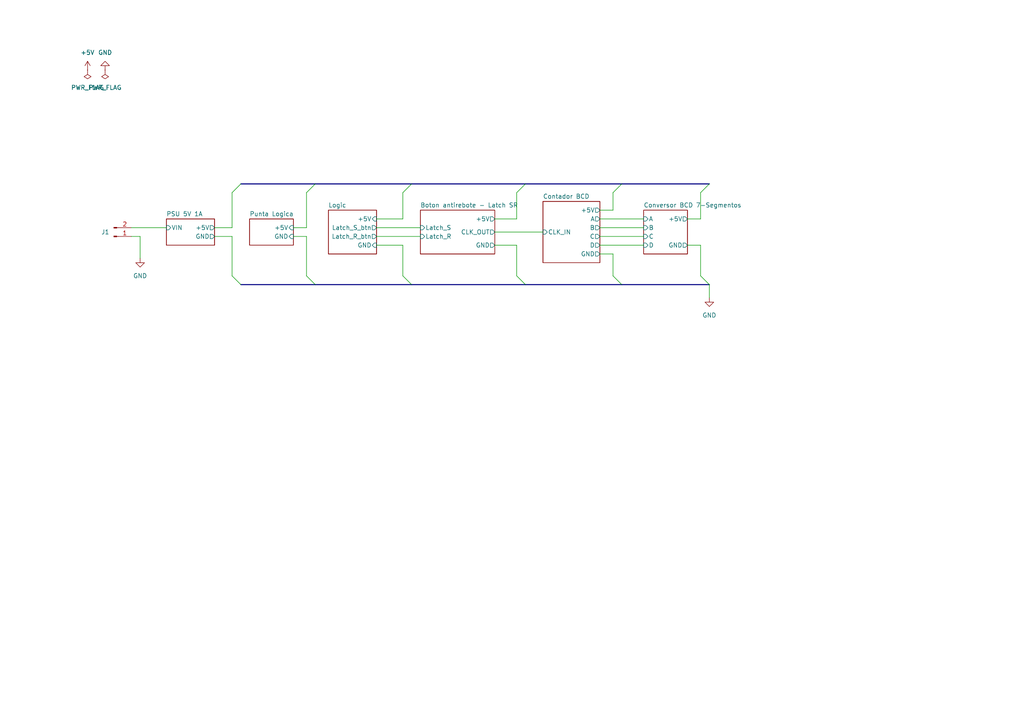
<source format=kicad_sch>
(kicad_sch (version 20230121) (generator eeschema)
  (paper "A4")
  (lib_symbols
    (symbol "Connector:Conn_01x02_Pin" (pin_names (offset 1.016) hide)
      (property "Reference" "J" (at 0 2.54 0))
      (property "Value" "Conn_01x02_Pin" (at 0 -5.08 0))
      (symbol "Conn_01x02_Pin_1_1"
        (polyline (pts (xy 1.27 -2.54) (xy 0.8636 -2.54)) (stroke (width 0.1524)))
        (polyline (pts (xy 1.27 0) (xy 0.8636 0)) (stroke (width 0.1524)))
        (rectangle (start 0.8636 -2.413) (end 0 -2.667) (stroke (width 0.1524)) (fill (type outline)))
        (rectangle (start 0.8636 0.127) (end 0 -0.127) (stroke (width 0.1524)) (fill (type outline)))
        (pin passive line (at 5.08 0 180) (length 3.81) (name "Pin_1") (number "1"))
        (pin passive line (at 5.08 -2.54 180) (length 3.81) (name "Pin_2") (number "2"))
      )
    )
    (symbol "power:+5V" (power) (pin_names (offset 0))
      (property "Value" "+5V" (at 0 3.556 0))
      (symbol "+5V_0_1"
        (polyline (pts (xy -0.762 1.27) (xy 0 2.54)))
        (polyline (pts (xy 0 0) (xy 0 2.54)))
        (polyline (pts (xy 0 2.54) (xy 0.762 1.27)))
      )
      (symbol "+5V_1_1"
        (pin power_in line (at 0 0 90) (length 0) hide (name "+5V") (number "1"))
      )
    )
    (symbol "power:GND" (power) (pin_names (offset 0))
      (property "Value" "GND" (at 0 -3.81 0))
      (symbol "GND_0_1"
        (polyline (pts (xy 0 0) (xy 0 -1.27) (xy 1.27 -1.27) (xy 0 -2.54) (xy -1.27 -1.27) (xy 0 -1.27)))
      )
      (symbol "GND_1_1"
        (pin power_in line (at 0 0 270) (length 0) hide (name "GND") (number "1"))
      )
    )
    (symbol "power:PWR_FLAG" (power) (pin_numbers hide) (pin_names (offset 0) hide)
      (property "Value" "PWR_FLAG" (at 0 3.81 0))
      (symbol "PWR_FLAG_0_0"
        (pin power_out line (at 0 0 90) (length 0) (name "pwr") (number "1"))
      )
      (symbol "PWR_FLAG_0_1"
        (polyline (pts (xy 0 0) (xy 0 1.27) (xy -1.016 1.905) (xy 0 2.54) (xy 1.016 1.905) (xy 0 1.27)))
      )
    )
  )
  (bus_entry (at 177.8 55.88) (size 2.54 -2.54))
  (bus_entry (at 177.8 80.01) (size 2.54 2.54))
  (bus_entry (at 91.44 53.34) (size -2.54 2.54))
  (bus_entry (at 69.85 53.34) (size -2.54 2.54))
  (bus_entry (at 116.84 80.01) (size 2.54 2.54))
  (bus_entry (at 203.2 55.88) (size 2.54 -2.54))
  (bus_entry (at 203.2 80.01) (size 2.54 2.54))
  (bus_entry (at 67.31 80.01) (size 2.54 2.54))
  (bus_entry (at 152.4 53.34) (size -2.54 2.54))
  (bus_entry (at 119.38 53.34) (size -2.54 2.54))
  (bus_entry (at 149.86 80.01) (size 2.54 2.54))
  (bus_entry (at 88.9 80.01) (size 2.54 2.54))
  (wire (pts (xy 88.9 68.58) (xy 88.9 80.01)))
  (wire (pts (xy 203.2 71.12) (xy 199.39 71.12)))
  (wire (pts (xy 173.99 68.58) (xy 186.69 68.58)))
  (wire (pts (xy 143.51 67.31) (xy 157.48 67.31)))
  (wire (pts (xy 173.99 63.5) (xy 186.69 63.5)))
  (wire (pts (xy 67.31 68.58) (xy 67.31 80.01)))
  (bus (pts (xy 91.44 82.55) (xy 119.38 82.55)))
  (wire (pts (xy 109.22 66.04) (xy 121.92 66.04)))
  (wire (pts (xy 85.09 68.58) (xy 88.9 68.58)))
  (bus (pts (xy 119.38 53.34) (xy 152.4 53.34)))
  (wire (pts (xy 116.84 71.12) (xy 116.84 80.01)))
  (wire (pts (xy 109.22 68.58) (xy 121.92 68.58)))
  (wire (pts (xy 38.1 66.04) (xy 48.26 66.04)))
  (wire (pts (xy 177.8 73.66) (xy 177.8 80.01)))
  (wire (pts (xy 62.23 66.04) (xy 67.31 66.04)))
  (wire (pts (xy 177.8 60.96) (xy 177.8 55.88)))
  (wire (pts (xy 40.64 74.93) (xy 40.64 68.58)))
  (bus (pts (xy 180.34 82.55) (xy 205.74 82.55)))
  (wire (pts (xy 173.99 71.12) (xy 186.69 71.12)))
  (bus (pts (xy 152.4 53.34) (xy 180.34 53.34)))
  (bus (pts (xy 152.4 82.55) (xy 180.34 82.55)))
  (wire (pts (xy 109.22 63.5) (xy 116.84 63.5)))
  (bus (pts (xy 69.85 82.55) (xy 91.44 82.55)))
  (wire (pts (xy 199.39 63.5) (xy 203.2 63.5)))
  (wire (pts (xy 173.99 60.96) (xy 177.8 60.96)))
  (wire (pts (xy 143.51 71.12) (xy 149.86 71.12)))
  (wire (pts (xy 173.99 66.04) (xy 186.69 66.04)))
  (bus (pts (xy 91.44 53.34) (xy 119.38 53.34)))
  (wire (pts (xy 85.09 66.04) (xy 88.9 66.04)))
  (wire (pts (xy 116.84 55.88) (xy 116.84 63.5)))
  (wire (pts (xy 149.86 55.88) (xy 149.86 63.5)))
  (bus (pts (xy 119.38 82.55) (xy 152.4 82.55)))
  (bus (pts (xy 69.85 53.34) (xy 91.44 53.34)))
  (wire (pts (xy 149.86 71.12) (xy 149.86 80.01)))
  (wire (pts (xy 143.51 63.5) (xy 149.86 63.5)))
  (wire (pts (xy 205.74 82.55) (xy 205.74 86.36)))
  (wire (pts (xy 203.2 55.88) (xy 203.2 63.5)))
  (wire (pts (xy 88.9 66.04) (xy 88.9 55.88)))
  (wire (pts (xy 40.64 68.58) (xy 38.1 68.58)))
  (wire (pts (xy 67.31 66.04) (xy 67.31 55.88)))
  (wire (pts (xy 203.2 80.01) (xy 203.2 71.12)))
  (bus (pts (xy 180.34 53.34) (xy 205.74 53.34)))
  (wire (pts (xy 109.22 71.12) (xy 116.84 71.12)))
  (wire (pts (xy 62.23 68.58) (xy 67.31 68.58)))
  (wire (pts (xy 173.99 73.66) (xy 177.8 73.66)))
  (symbol (lib_id "power:PWR_FLAG") (at 30.48 20.32 180) (unit 1)
    (property "Reference" "#FLG02" (effects hide))
    (property "Value" "PWR_FLAG" (at 30.48 25.4 0))
  )
  (symbol (lib_id "power:GND") (at 40.64 74.93 0) (unit 1)
    (property "Reference" "#PWR03" (effects hide))
    (property "Value" "GND" (at 40.64 80.01 0))
  )
  (symbol (lib_id "power:+5V") (at 25.4 20.32 0) (unit 1)
    (property "Reference" "#PWR01" (effects hide))
    (property "Value" "+5V" (at 25.4 15.24 0))
  )
  (symbol (lib_id "Connector:Conn_01x02_Pin") (at 33.02 68.58 0) (mirror x) (unit 1)
    (property "Reference" "J1" (at 31.75 67.31 0) (effects (justify right)))
    (property "Value" "Conn_01x02_Pin" (effects hide))
    (property "Footprint" "Connector_Molex:Molex_KK-254_AE-6410-02A_1x02_P2.54mm_Vertical" (effects hide))
  )
  (symbol (lib_id "power:GND") (at 30.48 20.32 180) (unit 1)
    (property "Reference" "#PWR02" (effects hide))
    (property "Value" "GND" (at 30.48 15.24 0))
  )
  (symbol (lib_id "power:GND") (at 205.74 86.36 0) (unit 1)
    (property "Reference" "#PWR04" (effects hide))
    (property "Value" "GND" (at 205.74 91.44 0))
  )
  (symbol (lib_id "power:PWR_FLAG") (at 25.4 20.32 180) (unit 1)
    (property "Reference" "#FLG01" (effects hide))
    (property "Value" "PWR_FLAG" (at 25.4 25.4 0))
  )
  (sheet (at 157.48 58.42) (size 16.51 17.78) (stroke (width 0.1524))
    (property "Sheetname" "Contador BCD" (at 157.48 57.7084 0) (effects (justify left bottom)))
    (property "Sheetfile" "contador_bcd.kicad_sch" (effects hide))
    (pin "A" output (at 173.99 63.5 0))
    (pin "GND" output (at 173.99 73.66 0))
    (pin "+5V" output (at 173.99 60.96 0))
    (pin "CLK_IN" input (at 157.48 67.31 180))
    (pin "B" output (at 173.99 66.04 0))
    (pin "C" output (at 173.99 68.58 0))
    (pin "D" output (at 173.99 71.12 0))
  )
  (sheet (at 186.69 60.96) (size 12.7 12.7) (stroke (width 0.1524))
    (property "Sheetname" "Conversor BCD 7-Segmentos" (at 186.69 60.2484 0) (effects (justify left bottom)))
    (property "Sheetfile" "Conversor BCD 7-Segmentos.kicad_sch" (effects hide))
    (pin "D" input (at 186.69 71.12 180))
    (pin "C" input (at 186.69 68.58 180))
    (pin "B" input (at 186.69 66.04 180))
    (pin "A" input (at 186.69 63.5 180))
    (pin "GND" output (at 199.39 71.12 0))
    (pin "+5V" output (at 199.39 63.5 0))
  )
  (sheet (at 48.26 63.5) (size 13.97 7.62) (stroke (width 0.1524))
    (property "Sheetname" "PSU 5V 1A" (at 48.26 62.7884 0) (effects (justify left bottom)))
    (property "Sheetfile" "psu_5v_1A.kicad_sch" (effects hide))
    (pin "+5V" output (at 62.23 66.04 0))
    (pin "GND" output (at 62.23 68.58 0))
    (pin "VIN" input (at 48.26 66.04 180))
  )
  (sheet (at 72.39 63.5) (size 12.7 7.62) (stroke (width 0.1524))
    (property "Sheetname" "Punta Logica" (at 72.39 62.7884 0) (effects (justify left bottom)))
    (property "Sheetfile" "logic_tester.kicad_sch" (effects hide))
    (pin "+5V" input (at 85.09 66.04 0))
    (pin "GND" input (at 85.09 68.58 0))
  )
  (sheet (at 95.25 60.96) (size 13.97 12.7) (stroke (width 0.1524))
    (property "Sheetname" "Logic" (at 95.25 60.2484 0) (effects (justify left bottom)))
    (property "Sheetfile" "logic_gates.kicad_sch" (effects hide))
    (pin "+5V" input (at 109.22 63.5 0))
    (pin "GND" input (at 109.22 71.12 0))
    (pin "Latch_S_btn" output (at 109.22 66.04 0))
    (pin "Latch_R_btn" output (at 109.22 68.58 0))
  )
  (sheet (at 121.92 60.96) (size 21.59 12.7) (stroke (width 0.1524))
    (property "Sheetname" "Boton antirebote - Latch SR" (at 121.92 60.2484 0) (effects (justify left bottom)))
    (property "Sheetfile" "tp3.kicad_sch" (effects hide))
    (pin "Latch_R" input (at 121.92 68.58 180))
    (pin "Latch_S" input (at 121.92 66.04 180))
    (pin "+5V" output (at 143.51 63.5 0))
    (pin "GND" output (at 143.51 71.12 0))
    (pin "CLK_OUT" output (at 143.51 67.31 0))
  )
)
</source>
